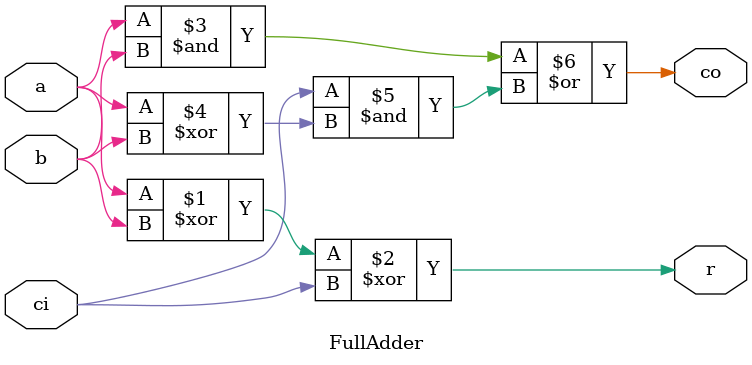
<source format=v>
module FullAdder(
    /*AUTOARG*/
    // Outputs
    output co,
    output r,
    // Inputs
    input  a,
    input  b,
    input  ci
);
    // 1비트 Full Adder 로직
    assign r  = a ^ b ^ ci;
    assign co = (a & b) | (ci & (a ^ b));
endmodule // FullAdder

</source>
